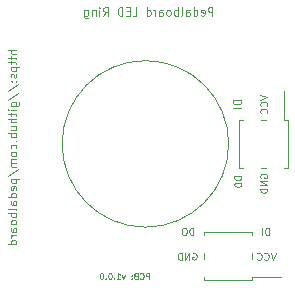
<source format=gbo>
G04 #@! TF.GenerationSoftware,KiCad,Pcbnew,7.0.5.1-1-g8f565ef7f0-dirty-deb11*
G04 #@! TF.CreationDate,2023-07-26T12:03:11+00:00*
G04 #@! TF.ProjectId,pedalboard-led-ring,70656461-6c62-46f6-9172-642d6c65642d,1.0.0*
G04 #@! TF.SameCoordinates,Original*
G04 #@! TF.FileFunction,Legend,Bot*
G04 #@! TF.FilePolarity,Positive*
%FSLAX46Y46*%
G04 Gerber Fmt 4.6, Leading zero omitted, Abs format (unit mm)*
G04 Created by KiCad (PCBNEW 7.0.5.1-1-g8f565ef7f0-dirty-deb11) date 2023-07-26 12:03:11*
%MOMM*%
%LPD*%
G01*
G04 APERTURE LIST*
%ADD10C,0.100000*%
%ADD11C,0.120000*%
G04 APERTURE END LIST*
D10*
X7050000Y0D02*
G75*
G03*
X7050000Y0I-7050000J0D01*
G01*
X8109133Y3737545D02*
X7409133Y3737545D01*
X7409133Y3737545D02*
X7409133Y3570878D01*
X7409133Y3570878D02*
X7442466Y3470878D01*
X7442466Y3470878D02*
X7509133Y3404211D01*
X7509133Y3404211D02*
X7575800Y3370878D01*
X7575800Y3370878D02*
X7709133Y3337545D01*
X7709133Y3337545D02*
X7809133Y3337545D01*
X7809133Y3337545D02*
X7942466Y3370878D01*
X7942466Y3370878D02*
X8009133Y3404211D01*
X8009133Y3404211D02*
X8075800Y3470878D01*
X8075800Y3470878D02*
X8109133Y3570878D01*
X8109133Y3570878D02*
X8109133Y3737545D01*
X8109133Y3037545D02*
X7409133Y3037545D01*
X8121371Y-2708646D02*
X7521371Y-2708646D01*
X7521371Y-2708646D02*
X7521371Y-2851503D01*
X7521371Y-2851503D02*
X7549942Y-2937217D01*
X7549942Y-2937217D02*
X7607085Y-2994360D01*
X7607085Y-2994360D02*
X7664228Y-3022931D01*
X7664228Y-3022931D02*
X7778514Y-3051503D01*
X7778514Y-3051503D02*
X7864228Y-3051503D01*
X7864228Y-3051503D02*
X7978514Y-3022931D01*
X7978514Y-3022931D02*
X8035657Y-2994360D01*
X8035657Y-2994360D02*
X8092800Y-2937217D01*
X8092800Y-2937217D02*
X8121371Y-2851503D01*
X8121371Y-2851503D02*
X8121371Y-2708646D01*
X7521371Y-3422931D02*
X7521371Y-3480074D01*
X7521371Y-3480074D02*
X7549942Y-3537217D01*
X7549942Y-3537217D02*
X7578514Y-3565789D01*
X7578514Y-3565789D02*
X7635657Y-3594360D01*
X7635657Y-3594360D02*
X7749942Y-3622931D01*
X7749942Y-3622931D02*
X7892800Y-3622931D01*
X7892800Y-3622931D02*
X8007085Y-3594360D01*
X8007085Y-3594360D02*
X8064228Y-3565789D01*
X8064228Y-3565789D02*
X8092800Y-3537217D01*
X8092800Y-3537217D02*
X8121371Y-3480074D01*
X8121371Y-3480074D02*
X8121371Y-3422931D01*
X8121371Y-3422931D02*
X8092800Y-3365789D01*
X8092800Y-3365789D02*
X8064228Y-3337217D01*
X8064228Y-3337217D02*
X8007085Y-3308646D01*
X8007085Y-3308646D02*
X7892800Y-3280074D01*
X7892800Y-3280074D02*
X7749942Y-3280074D01*
X7749942Y-3280074D02*
X7635657Y-3308646D01*
X7635657Y-3308646D02*
X7578514Y-3337217D01*
X7578514Y-3337217D02*
X7549942Y-3365789D01*
X7549942Y-3365789D02*
X7521371Y-3422931D01*
X11017068Y-9221371D02*
X10817068Y-9821371D01*
X10817068Y-9821371D02*
X10617068Y-9221371D01*
X10074210Y-9764228D02*
X10102782Y-9792800D01*
X10102782Y-9792800D02*
X10188496Y-9821371D01*
X10188496Y-9821371D02*
X10245639Y-9821371D01*
X10245639Y-9821371D02*
X10331353Y-9792800D01*
X10331353Y-9792800D02*
X10388496Y-9735657D01*
X10388496Y-9735657D02*
X10417067Y-9678514D01*
X10417067Y-9678514D02*
X10445639Y-9564228D01*
X10445639Y-9564228D02*
X10445639Y-9478514D01*
X10445639Y-9478514D02*
X10417067Y-9364228D01*
X10417067Y-9364228D02*
X10388496Y-9307085D01*
X10388496Y-9307085D02*
X10331353Y-9249942D01*
X10331353Y-9249942D02*
X10245639Y-9221371D01*
X10245639Y-9221371D02*
X10188496Y-9221371D01*
X10188496Y-9221371D02*
X10102782Y-9249942D01*
X10102782Y-9249942D02*
X10074210Y-9278514D01*
X9474210Y-9764228D02*
X9502782Y-9792800D01*
X9502782Y-9792800D02*
X9588496Y-9821371D01*
X9588496Y-9821371D02*
X9645639Y-9821371D01*
X9645639Y-9821371D02*
X9731353Y-9792800D01*
X9731353Y-9792800D02*
X9788496Y-9735657D01*
X9788496Y-9735657D02*
X9817067Y-9678514D01*
X9817067Y-9678514D02*
X9845639Y-9564228D01*
X9845639Y-9564228D02*
X9845639Y-9478514D01*
X9845639Y-9478514D02*
X9817067Y-9364228D01*
X9817067Y-9364228D02*
X9788496Y-9307085D01*
X9788496Y-9307085D02*
X9731353Y-9249942D01*
X9731353Y-9249942D02*
X9645639Y-9221371D01*
X9645639Y-9221371D02*
X9588496Y-9221371D01*
X9588496Y-9221371D02*
X9502782Y-9249942D01*
X9502782Y-9249942D02*
X9474210Y-9278514D01*
X9749942Y-2872931D02*
X9721371Y-2815789D01*
X9721371Y-2815789D02*
X9721371Y-2730074D01*
X9721371Y-2730074D02*
X9749942Y-2644360D01*
X9749942Y-2644360D02*
X9807085Y-2587217D01*
X9807085Y-2587217D02*
X9864228Y-2558646D01*
X9864228Y-2558646D02*
X9978514Y-2530074D01*
X9978514Y-2530074D02*
X10064228Y-2530074D01*
X10064228Y-2530074D02*
X10178514Y-2558646D01*
X10178514Y-2558646D02*
X10235657Y-2587217D01*
X10235657Y-2587217D02*
X10292800Y-2644360D01*
X10292800Y-2644360D02*
X10321371Y-2730074D01*
X10321371Y-2730074D02*
X10321371Y-2787217D01*
X10321371Y-2787217D02*
X10292800Y-2872931D01*
X10292800Y-2872931D02*
X10264228Y-2901503D01*
X10264228Y-2901503D02*
X10064228Y-2901503D01*
X10064228Y-2901503D02*
X10064228Y-2787217D01*
X10321371Y-3158646D02*
X9721371Y-3158646D01*
X9721371Y-3158646D02*
X10321371Y-3501503D01*
X10321371Y-3501503D02*
X9721371Y-3501503D01*
X10321371Y-3787217D02*
X9721371Y-3787217D01*
X9721371Y-3787217D02*
X9721371Y-3930074D01*
X9721371Y-3930074D02*
X9749942Y-4015788D01*
X9749942Y-4015788D02*
X9807085Y-4072931D01*
X9807085Y-4072931D02*
X9864228Y-4101502D01*
X9864228Y-4101502D02*
X9978514Y-4130074D01*
X9978514Y-4130074D02*
X10064228Y-4130074D01*
X10064228Y-4130074D02*
X10178514Y-4101502D01*
X10178514Y-4101502D02*
X10235657Y-4072931D01*
X10235657Y-4072931D02*
X10292800Y-4015788D01*
X10292800Y-4015788D02*
X10321371Y-3930074D01*
X10321371Y-3930074D02*
X10321371Y-3787217D01*
X4002068Y-9224942D02*
X4059211Y-9196371D01*
X4059211Y-9196371D02*
X4144925Y-9196371D01*
X4144925Y-9196371D02*
X4230639Y-9224942D01*
X4230639Y-9224942D02*
X4287782Y-9282085D01*
X4287782Y-9282085D02*
X4316353Y-9339228D01*
X4316353Y-9339228D02*
X4344925Y-9453514D01*
X4344925Y-9453514D02*
X4344925Y-9539228D01*
X4344925Y-9539228D02*
X4316353Y-9653514D01*
X4316353Y-9653514D02*
X4287782Y-9710657D01*
X4287782Y-9710657D02*
X4230639Y-9767800D01*
X4230639Y-9767800D02*
X4144925Y-9796371D01*
X4144925Y-9796371D02*
X4087782Y-9796371D01*
X4087782Y-9796371D02*
X4002068Y-9767800D01*
X4002068Y-9767800D02*
X3973496Y-9739228D01*
X3973496Y-9739228D02*
X3973496Y-9539228D01*
X3973496Y-9539228D02*
X4087782Y-9539228D01*
X3716353Y-9796371D02*
X3716353Y-9196371D01*
X3716353Y-9196371D02*
X3373496Y-9796371D01*
X3373496Y-9796371D02*
X3373496Y-9196371D01*
X3087782Y-9796371D02*
X3087782Y-9196371D01*
X3087782Y-9196371D02*
X2944925Y-9196371D01*
X2944925Y-9196371D02*
X2859211Y-9224942D01*
X2859211Y-9224942D02*
X2802068Y-9282085D01*
X2802068Y-9282085D02*
X2773497Y-9339228D01*
X2773497Y-9339228D02*
X2744925Y-9453514D01*
X2744925Y-9453514D02*
X2744925Y-9539228D01*
X2744925Y-9539228D02*
X2773497Y-9653514D01*
X2773497Y-9653514D02*
X2802068Y-9710657D01*
X2802068Y-9710657D02*
X2859211Y-9767800D01*
X2859211Y-9767800D02*
X2944925Y-9796371D01*
X2944925Y-9796371D02*
X3087782Y-9796371D01*
X-10930867Y7946664D02*
X-11630867Y7946664D01*
X-10930867Y7646664D02*
X-11297534Y7646664D01*
X-11297534Y7646664D02*
X-11364200Y7679997D01*
X-11364200Y7679997D02*
X-11397534Y7746664D01*
X-11397534Y7746664D02*
X-11397534Y7846664D01*
X-11397534Y7846664D02*
X-11364200Y7913330D01*
X-11364200Y7913330D02*
X-11330867Y7946664D01*
X-11397534Y7413331D02*
X-11397534Y7146664D01*
X-11630867Y7313331D02*
X-11030867Y7313331D01*
X-11030867Y7313331D02*
X-10964200Y7279997D01*
X-10964200Y7279997D02*
X-10930867Y7213331D01*
X-10930867Y7213331D02*
X-10930867Y7146664D01*
X-11397534Y7013331D02*
X-11397534Y6746664D01*
X-11630867Y6913331D02*
X-11030867Y6913331D01*
X-11030867Y6913331D02*
X-10964200Y6879997D01*
X-10964200Y6879997D02*
X-10930867Y6813331D01*
X-10930867Y6813331D02*
X-10930867Y6746664D01*
X-11397534Y6513331D02*
X-10697534Y6513331D01*
X-11364200Y6513331D02*
X-11397534Y6446664D01*
X-11397534Y6446664D02*
X-11397534Y6313331D01*
X-11397534Y6313331D02*
X-11364200Y6246664D01*
X-11364200Y6246664D02*
X-11330867Y6213331D01*
X-11330867Y6213331D02*
X-11264200Y6179997D01*
X-11264200Y6179997D02*
X-11064200Y6179997D01*
X-11064200Y6179997D02*
X-10997534Y6213331D01*
X-10997534Y6213331D02*
X-10964200Y6246664D01*
X-10964200Y6246664D02*
X-10930867Y6313331D01*
X-10930867Y6313331D02*
X-10930867Y6446664D01*
X-10930867Y6446664D02*
X-10964200Y6513331D01*
X-10964200Y5913331D02*
X-10930867Y5846664D01*
X-10930867Y5846664D02*
X-10930867Y5713331D01*
X-10930867Y5713331D02*
X-10964200Y5646664D01*
X-10964200Y5646664D02*
X-11030867Y5613331D01*
X-11030867Y5613331D02*
X-11064200Y5613331D01*
X-11064200Y5613331D02*
X-11130867Y5646664D01*
X-11130867Y5646664D02*
X-11164200Y5713331D01*
X-11164200Y5713331D02*
X-11164200Y5813331D01*
X-11164200Y5813331D02*
X-11197534Y5879998D01*
X-11197534Y5879998D02*
X-11264200Y5913331D01*
X-11264200Y5913331D02*
X-11297534Y5913331D01*
X-11297534Y5913331D02*
X-11364200Y5879998D01*
X-11364200Y5879998D02*
X-11397534Y5813331D01*
X-11397534Y5813331D02*
X-11397534Y5713331D01*
X-11397534Y5713331D02*
X-11364200Y5646664D01*
X-10997534Y5313331D02*
X-10964200Y5279997D01*
X-10964200Y5279997D02*
X-10930867Y5313331D01*
X-10930867Y5313331D02*
X-10964200Y5346664D01*
X-10964200Y5346664D02*
X-10997534Y5313331D01*
X-10997534Y5313331D02*
X-10930867Y5313331D01*
X-11364200Y5313331D02*
X-11330867Y5279997D01*
X-11330867Y5279997D02*
X-11297534Y5313331D01*
X-11297534Y5313331D02*
X-11330867Y5346664D01*
X-11330867Y5346664D02*
X-11364200Y5313331D01*
X-11364200Y5313331D02*
X-11297534Y5313331D01*
X-11664200Y4479998D02*
X-10764200Y5079998D01*
X-11664200Y3746665D02*
X-10764200Y4346665D01*
X-11397534Y3213332D02*
X-10830867Y3213332D01*
X-10830867Y3213332D02*
X-10764200Y3246665D01*
X-10764200Y3246665D02*
X-10730867Y3279998D01*
X-10730867Y3279998D02*
X-10697534Y3346665D01*
X-10697534Y3346665D02*
X-10697534Y3446665D01*
X-10697534Y3446665D02*
X-10730867Y3513332D01*
X-10964200Y3213332D02*
X-10930867Y3279998D01*
X-10930867Y3279998D02*
X-10930867Y3413332D01*
X-10930867Y3413332D02*
X-10964200Y3479998D01*
X-10964200Y3479998D02*
X-10997534Y3513332D01*
X-10997534Y3513332D02*
X-11064200Y3546665D01*
X-11064200Y3546665D02*
X-11264200Y3546665D01*
X-11264200Y3546665D02*
X-11330867Y3513332D01*
X-11330867Y3513332D02*
X-11364200Y3479998D01*
X-11364200Y3479998D02*
X-11397534Y3413332D01*
X-11397534Y3413332D02*
X-11397534Y3279998D01*
X-11397534Y3279998D02*
X-11364200Y3213332D01*
X-10930867Y2879999D02*
X-11397534Y2879999D01*
X-11630867Y2879999D02*
X-11597534Y2913332D01*
X-11597534Y2913332D02*
X-11564200Y2879999D01*
X-11564200Y2879999D02*
X-11597534Y2846665D01*
X-11597534Y2846665D02*
X-11630867Y2879999D01*
X-11630867Y2879999D02*
X-11564200Y2879999D01*
X-11397534Y2646666D02*
X-11397534Y2379999D01*
X-11630867Y2546666D02*
X-11030867Y2546666D01*
X-11030867Y2546666D02*
X-10964200Y2513332D01*
X-10964200Y2513332D02*
X-10930867Y2446666D01*
X-10930867Y2446666D02*
X-10930867Y2379999D01*
X-10930867Y2146666D02*
X-11630867Y2146666D01*
X-10930867Y1846666D02*
X-11297534Y1846666D01*
X-11297534Y1846666D02*
X-11364200Y1879999D01*
X-11364200Y1879999D02*
X-11397534Y1946666D01*
X-11397534Y1946666D02*
X-11397534Y2046666D01*
X-11397534Y2046666D02*
X-11364200Y2113332D01*
X-11364200Y2113332D02*
X-11330867Y2146666D01*
X-11397534Y1213333D02*
X-10930867Y1213333D01*
X-11397534Y1513333D02*
X-11030867Y1513333D01*
X-11030867Y1513333D02*
X-10964200Y1479999D01*
X-10964200Y1479999D02*
X-10930867Y1413333D01*
X-10930867Y1413333D02*
X-10930867Y1313333D01*
X-10930867Y1313333D02*
X-10964200Y1246666D01*
X-10964200Y1246666D02*
X-10997534Y1213333D01*
X-10930867Y880000D02*
X-11630867Y880000D01*
X-11364200Y880000D02*
X-11397534Y813333D01*
X-11397534Y813333D02*
X-11397534Y680000D01*
X-11397534Y680000D02*
X-11364200Y613333D01*
X-11364200Y613333D02*
X-11330867Y580000D01*
X-11330867Y580000D02*
X-11264200Y546666D01*
X-11264200Y546666D02*
X-11064200Y546666D01*
X-11064200Y546666D02*
X-10997534Y580000D01*
X-10997534Y580000D02*
X-10964200Y613333D01*
X-10964200Y613333D02*
X-10930867Y680000D01*
X-10930867Y680000D02*
X-10930867Y813333D01*
X-10930867Y813333D02*
X-10964200Y880000D01*
X-10997534Y246667D02*
X-10964200Y213333D01*
X-10964200Y213333D02*
X-10930867Y246667D01*
X-10930867Y246667D02*
X-10964200Y280000D01*
X-10964200Y280000D02*
X-10997534Y246667D01*
X-10997534Y246667D02*
X-10930867Y246667D01*
X-10964200Y-386666D02*
X-10930867Y-320000D01*
X-10930867Y-320000D02*
X-10930867Y-186666D01*
X-10930867Y-186666D02*
X-10964200Y-120000D01*
X-10964200Y-120000D02*
X-10997534Y-86666D01*
X-10997534Y-86666D02*
X-11064200Y-53333D01*
X-11064200Y-53333D02*
X-11264200Y-53333D01*
X-11264200Y-53333D02*
X-11330867Y-86666D01*
X-11330867Y-86666D02*
X-11364200Y-120000D01*
X-11364200Y-120000D02*
X-11397534Y-186666D01*
X-11397534Y-186666D02*
X-11397534Y-320000D01*
X-11397534Y-320000D02*
X-11364200Y-386666D01*
X-10930867Y-786666D02*
X-10964200Y-720000D01*
X-10964200Y-720000D02*
X-10997534Y-686666D01*
X-10997534Y-686666D02*
X-11064200Y-653333D01*
X-11064200Y-653333D02*
X-11264200Y-653333D01*
X-11264200Y-653333D02*
X-11330867Y-686666D01*
X-11330867Y-686666D02*
X-11364200Y-720000D01*
X-11364200Y-720000D02*
X-11397534Y-786666D01*
X-11397534Y-786666D02*
X-11397534Y-886666D01*
X-11397534Y-886666D02*
X-11364200Y-953333D01*
X-11364200Y-953333D02*
X-11330867Y-986666D01*
X-11330867Y-986666D02*
X-11264200Y-1020000D01*
X-11264200Y-1020000D02*
X-11064200Y-1020000D01*
X-11064200Y-1020000D02*
X-10997534Y-986666D01*
X-10997534Y-986666D02*
X-10964200Y-953333D01*
X-10964200Y-953333D02*
X-10930867Y-886666D01*
X-10930867Y-886666D02*
X-10930867Y-786666D01*
X-10930867Y-1319999D02*
X-11397534Y-1319999D01*
X-11330867Y-1319999D02*
X-11364200Y-1353333D01*
X-11364200Y-1353333D02*
X-11397534Y-1419999D01*
X-11397534Y-1419999D02*
X-11397534Y-1519999D01*
X-11397534Y-1519999D02*
X-11364200Y-1586666D01*
X-11364200Y-1586666D02*
X-11297534Y-1619999D01*
X-11297534Y-1619999D02*
X-10930867Y-1619999D01*
X-11297534Y-1619999D02*
X-11364200Y-1653333D01*
X-11364200Y-1653333D02*
X-11397534Y-1719999D01*
X-11397534Y-1719999D02*
X-11397534Y-1819999D01*
X-11397534Y-1819999D02*
X-11364200Y-1886666D01*
X-11364200Y-1886666D02*
X-11297534Y-1919999D01*
X-11297534Y-1919999D02*
X-10930867Y-1919999D01*
X-11664200Y-2753332D02*
X-10764200Y-2153332D01*
X-11397534Y-2986665D02*
X-10697534Y-2986665D01*
X-11364200Y-2986665D02*
X-11397534Y-3053332D01*
X-11397534Y-3053332D02*
X-11397534Y-3186665D01*
X-11397534Y-3186665D02*
X-11364200Y-3253332D01*
X-11364200Y-3253332D02*
X-11330867Y-3286665D01*
X-11330867Y-3286665D02*
X-11264200Y-3319999D01*
X-11264200Y-3319999D02*
X-11064200Y-3319999D01*
X-11064200Y-3319999D02*
X-10997534Y-3286665D01*
X-10997534Y-3286665D02*
X-10964200Y-3253332D01*
X-10964200Y-3253332D02*
X-10930867Y-3186665D01*
X-10930867Y-3186665D02*
X-10930867Y-3053332D01*
X-10930867Y-3053332D02*
X-10964200Y-2986665D01*
X-10964200Y-3886665D02*
X-10930867Y-3819998D01*
X-10930867Y-3819998D02*
X-10930867Y-3686665D01*
X-10930867Y-3686665D02*
X-10964200Y-3619998D01*
X-10964200Y-3619998D02*
X-11030867Y-3586665D01*
X-11030867Y-3586665D02*
X-11297534Y-3586665D01*
X-11297534Y-3586665D02*
X-11364200Y-3619998D01*
X-11364200Y-3619998D02*
X-11397534Y-3686665D01*
X-11397534Y-3686665D02*
X-11397534Y-3819998D01*
X-11397534Y-3819998D02*
X-11364200Y-3886665D01*
X-11364200Y-3886665D02*
X-11297534Y-3919998D01*
X-11297534Y-3919998D02*
X-11230867Y-3919998D01*
X-11230867Y-3919998D02*
X-11164200Y-3586665D01*
X-10930867Y-4519998D02*
X-11630867Y-4519998D01*
X-10964200Y-4519998D02*
X-10930867Y-4453332D01*
X-10930867Y-4453332D02*
X-10930867Y-4319998D01*
X-10930867Y-4319998D02*
X-10964200Y-4253332D01*
X-10964200Y-4253332D02*
X-10997534Y-4219998D01*
X-10997534Y-4219998D02*
X-11064200Y-4186665D01*
X-11064200Y-4186665D02*
X-11264200Y-4186665D01*
X-11264200Y-4186665D02*
X-11330867Y-4219998D01*
X-11330867Y-4219998D02*
X-11364200Y-4253332D01*
X-11364200Y-4253332D02*
X-11397534Y-4319998D01*
X-11397534Y-4319998D02*
X-11397534Y-4453332D01*
X-11397534Y-4453332D02*
X-11364200Y-4519998D01*
X-10930867Y-5153331D02*
X-11297534Y-5153331D01*
X-11297534Y-5153331D02*
X-11364200Y-5119998D01*
X-11364200Y-5119998D02*
X-11397534Y-5053331D01*
X-11397534Y-5053331D02*
X-11397534Y-4919998D01*
X-11397534Y-4919998D02*
X-11364200Y-4853331D01*
X-10964200Y-5153331D02*
X-10930867Y-5086665D01*
X-10930867Y-5086665D02*
X-10930867Y-4919998D01*
X-10930867Y-4919998D02*
X-10964200Y-4853331D01*
X-10964200Y-4853331D02*
X-11030867Y-4819998D01*
X-11030867Y-4819998D02*
X-11097534Y-4819998D01*
X-11097534Y-4819998D02*
X-11164200Y-4853331D01*
X-11164200Y-4853331D02*
X-11197534Y-4919998D01*
X-11197534Y-4919998D02*
X-11197534Y-5086665D01*
X-11197534Y-5086665D02*
X-11230867Y-5153331D01*
X-10930867Y-5586664D02*
X-10964200Y-5519998D01*
X-10964200Y-5519998D02*
X-11030867Y-5486664D01*
X-11030867Y-5486664D02*
X-11630867Y-5486664D01*
X-10930867Y-5853331D02*
X-11630867Y-5853331D01*
X-11364200Y-5853331D02*
X-11397534Y-5919998D01*
X-11397534Y-5919998D02*
X-11397534Y-6053331D01*
X-11397534Y-6053331D02*
X-11364200Y-6119998D01*
X-11364200Y-6119998D02*
X-11330867Y-6153331D01*
X-11330867Y-6153331D02*
X-11264200Y-6186665D01*
X-11264200Y-6186665D02*
X-11064200Y-6186665D01*
X-11064200Y-6186665D02*
X-10997534Y-6153331D01*
X-10997534Y-6153331D02*
X-10964200Y-6119998D01*
X-10964200Y-6119998D02*
X-10930867Y-6053331D01*
X-10930867Y-6053331D02*
X-10930867Y-5919998D01*
X-10930867Y-5919998D02*
X-10964200Y-5853331D01*
X-10930867Y-6586664D02*
X-10964200Y-6519998D01*
X-10964200Y-6519998D02*
X-10997534Y-6486664D01*
X-10997534Y-6486664D02*
X-11064200Y-6453331D01*
X-11064200Y-6453331D02*
X-11264200Y-6453331D01*
X-11264200Y-6453331D02*
X-11330867Y-6486664D01*
X-11330867Y-6486664D02*
X-11364200Y-6519998D01*
X-11364200Y-6519998D02*
X-11397534Y-6586664D01*
X-11397534Y-6586664D02*
X-11397534Y-6686664D01*
X-11397534Y-6686664D02*
X-11364200Y-6753331D01*
X-11364200Y-6753331D02*
X-11330867Y-6786664D01*
X-11330867Y-6786664D02*
X-11264200Y-6819998D01*
X-11264200Y-6819998D02*
X-11064200Y-6819998D01*
X-11064200Y-6819998D02*
X-10997534Y-6786664D01*
X-10997534Y-6786664D02*
X-10964200Y-6753331D01*
X-10964200Y-6753331D02*
X-10930867Y-6686664D01*
X-10930867Y-6686664D02*
X-10930867Y-6586664D01*
X-10930867Y-7419997D02*
X-11297534Y-7419997D01*
X-11297534Y-7419997D02*
X-11364200Y-7386664D01*
X-11364200Y-7386664D02*
X-11397534Y-7319997D01*
X-11397534Y-7319997D02*
X-11397534Y-7186664D01*
X-11397534Y-7186664D02*
X-11364200Y-7119997D01*
X-10964200Y-7419997D02*
X-10930867Y-7353331D01*
X-10930867Y-7353331D02*
X-10930867Y-7186664D01*
X-10930867Y-7186664D02*
X-10964200Y-7119997D01*
X-10964200Y-7119997D02*
X-11030867Y-7086664D01*
X-11030867Y-7086664D02*
X-11097534Y-7086664D01*
X-11097534Y-7086664D02*
X-11164200Y-7119997D01*
X-11164200Y-7119997D02*
X-11197534Y-7186664D01*
X-11197534Y-7186664D02*
X-11197534Y-7353331D01*
X-11197534Y-7353331D02*
X-11230867Y-7419997D01*
X-10930867Y-7753330D02*
X-11397534Y-7753330D01*
X-11264200Y-7753330D02*
X-11330867Y-7786664D01*
X-11330867Y-7786664D02*
X-11364200Y-7819997D01*
X-11364200Y-7819997D02*
X-11397534Y-7886664D01*
X-11397534Y-7886664D02*
X-11397534Y-7953330D01*
X-10930867Y-8486663D02*
X-11630867Y-8486663D01*
X-10964200Y-8486663D02*
X-10930867Y-8419997D01*
X-10930867Y-8419997D02*
X-10930867Y-8286663D01*
X-10930867Y-8286663D02*
X-10964200Y-8219997D01*
X-10964200Y-8219997D02*
X-10997534Y-8186663D01*
X-10997534Y-8186663D02*
X-11064200Y-8153330D01*
X-11064200Y-8153330D02*
X-11264200Y-8153330D01*
X-11264200Y-8153330D02*
X-11330867Y-8186663D01*
X-11330867Y-8186663D02*
X-11364200Y-8219997D01*
X-11364200Y-8219997D02*
X-11397534Y-8286663D01*
X-11397534Y-8286663D02*
X-11397534Y-8419997D01*
X-11397534Y-8419997D02*
X-11364200Y-8486663D01*
X10481353Y-7721371D02*
X10481353Y-7121371D01*
X10481353Y-7121371D02*
X10338496Y-7121371D01*
X10338496Y-7121371D02*
X10252782Y-7149942D01*
X10252782Y-7149942D02*
X10195639Y-7207085D01*
X10195639Y-7207085D02*
X10167068Y-7264228D01*
X10167068Y-7264228D02*
X10138496Y-7378514D01*
X10138496Y-7378514D02*
X10138496Y-7464228D01*
X10138496Y-7464228D02*
X10167068Y-7578514D01*
X10167068Y-7578514D02*
X10195639Y-7635657D01*
X10195639Y-7635657D02*
X10252782Y-7692800D01*
X10252782Y-7692800D02*
X10338496Y-7721371D01*
X10338496Y-7721371D02*
X10481353Y-7721371D01*
X9881353Y-7721371D02*
X9881353Y-7121371D01*
X9721371Y4157069D02*
X10321371Y3957069D01*
X10321371Y3957069D02*
X9721371Y3757069D01*
X10264228Y3214211D02*
X10292800Y3242783D01*
X10292800Y3242783D02*
X10321371Y3328497D01*
X10321371Y3328497D02*
X10321371Y3385640D01*
X10321371Y3385640D02*
X10292800Y3471354D01*
X10292800Y3471354D02*
X10235657Y3528497D01*
X10235657Y3528497D02*
X10178514Y3557068D01*
X10178514Y3557068D02*
X10064228Y3585640D01*
X10064228Y3585640D02*
X9978514Y3585640D01*
X9978514Y3585640D02*
X9864228Y3557068D01*
X9864228Y3557068D02*
X9807085Y3528497D01*
X9807085Y3528497D02*
X9749942Y3471354D01*
X9749942Y3471354D02*
X9721371Y3385640D01*
X9721371Y3385640D02*
X9721371Y3328497D01*
X9721371Y3328497D02*
X9749942Y3242783D01*
X9749942Y3242783D02*
X9778514Y3214211D01*
X10264228Y2614211D02*
X10292800Y2642783D01*
X10292800Y2642783D02*
X10321371Y2728497D01*
X10321371Y2728497D02*
X10321371Y2785640D01*
X10321371Y2785640D02*
X10292800Y2871354D01*
X10292800Y2871354D02*
X10235657Y2928497D01*
X10235657Y2928497D02*
X10178514Y2957068D01*
X10178514Y2957068D02*
X10064228Y2985640D01*
X10064228Y2985640D02*
X9978514Y2985640D01*
X9978514Y2985640D02*
X9864228Y2957068D01*
X9864228Y2957068D02*
X9807085Y2928497D01*
X9807085Y2928497D02*
X9749942Y2871354D01*
X9749942Y2871354D02*
X9721371Y2785640D01*
X9721371Y2785640D02*
X9721371Y2728497D01*
X9721371Y2728497D02*
X9749942Y2642783D01*
X9749942Y2642783D02*
X9778514Y2614211D01*
X333331Y-11433609D02*
X333331Y-10933609D01*
X333331Y-10933609D02*
X142855Y-10933609D01*
X142855Y-10933609D02*
X95236Y-10957419D01*
X95236Y-10957419D02*
X71426Y-10981228D01*
X71426Y-10981228D02*
X47617Y-11028847D01*
X47617Y-11028847D02*
X47617Y-11100276D01*
X47617Y-11100276D02*
X71426Y-11147895D01*
X71426Y-11147895D02*
X95236Y-11171704D01*
X95236Y-11171704D02*
X142855Y-11195514D01*
X142855Y-11195514D02*
X333331Y-11195514D01*
X-452383Y-11385990D02*
X-428574Y-11409800D01*
X-428574Y-11409800D02*
X-357145Y-11433609D01*
X-357145Y-11433609D02*
X-309526Y-11433609D01*
X-309526Y-11433609D02*
X-238098Y-11409800D01*
X-238098Y-11409800D02*
X-190479Y-11362180D01*
X-190479Y-11362180D02*
X-166669Y-11314561D01*
X-166669Y-11314561D02*
X-142860Y-11219323D01*
X-142860Y-11219323D02*
X-142860Y-11147895D01*
X-142860Y-11147895D02*
X-166669Y-11052657D01*
X-166669Y-11052657D02*
X-190479Y-11005038D01*
X-190479Y-11005038D02*
X-238098Y-10957419D01*
X-238098Y-10957419D02*
X-309526Y-10933609D01*
X-309526Y-10933609D02*
X-357145Y-10933609D01*
X-357145Y-10933609D02*
X-428574Y-10957419D01*
X-428574Y-10957419D02*
X-452383Y-10981228D01*
X-833336Y-11171704D02*
X-904764Y-11195514D01*
X-904764Y-11195514D02*
X-928574Y-11219323D01*
X-928574Y-11219323D02*
X-952383Y-11266942D01*
X-952383Y-11266942D02*
X-952383Y-11338371D01*
X-952383Y-11338371D02*
X-928574Y-11385990D01*
X-928574Y-11385990D02*
X-904764Y-11409800D01*
X-904764Y-11409800D02*
X-857145Y-11433609D01*
X-857145Y-11433609D02*
X-666669Y-11433609D01*
X-666669Y-11433609D02*
X-666669Y-10933609D01*
X-666669Y-10933609D02*
X-833336Y-10933609D01*
X-833336Y-10933609D02*
X-880955Y-10957419D01*
X-880955Y-10957419D02*
X-904764Y-10981228D01*
X-904764Y-10981228D02*
X-928574Y-11028847D01*
X-928574Y-11028847D02*
X-928574Y-11076466D01*
X-928574Y-11076466D02*
X-904764Y-11124085D01*
X-904764Y-11124085D02*
X-880955Y-11147895D01*
X-880955Y-11147895D02*
X-833336Y-11171704D01*
X-833336Y-11171704D02*
X-666669Y-11171704D01*
X-1166669Y-11385990D02*
X-1190479Y-11409800D01*
X-1190479Y-11409800D02*
X-1166669Y-11433609D01*
X-1166669Y-11433609D02*
X-1142860Y-11409800D01*
X-1142860Y-11409800D02*
X-1166669Y-11385990D01*
X-1166669Y-11385990D02*
X-1166669Y-11433609D01*
X-1166669Y-11124085D02*
X-1190479Y-11147895D01*
X-1190479Y-11147895D02*
X-1166669Y-11171704D01*
X-1166669Y-11171704D02*
X-1142860Y-11147895D01*
X-1142860Y-11147895D02*
X-1166669Y-11124085D01*
X-1166669Y-11124085D02*
X-1166669Y-11171704D01*
X-1738097Y-11100276D02*
X-1857145Y-11433609D01*
X-1857145Y-11433609D02*
X-1976192Y-11100276D01*
X-2428573Y-11433609D02*
X-2142859Y-11433609D01*
X-2285716Y-11433609D02*
X-2285716Y-10933609D01*
X-2285716Y-10933609D02*
X-2238097Y-11005038D01*
X-2238097Y-11005038D02*
X-2190478Y-11052657D01*
X-2190478Y-11052657D02*
X-2142859Y-11076466D01*
X-2642858Y-11385990D02*
X-2666668Y-11409800D01*
X-2666668Y-11409800D02*
X-2642858Y-11433609D01*
X-2642858Y-11433609D02*
X-2619049Y-11409800D01*
X-2619049Y-11409800D02*
X-2642858Y-11385990D01*
X-2642858Y-11385990D02*
X-2642858Y-11433609D01*
X-2976191Y-10933609D02*
X-3023810Y-10933609D01*
X-3023810Y-10933609D02*
X-3071429Y-10957419D01*
X-3071429Y-10957419D02*
X-3095239Y-10981228D01*
X-3095239Y-10981228D02*
X-3119048Y-11028847D01*
X-3119048Y-11028847D02*
X-3142858Y-11124085D01*
X-3142858Y-11124085D02*
X-3142858Y-11243133D01*
X-3142858Y-11243133D02*
X-3119048Y-11338371D01*
X-3119048Y-11338371D02*
X-3095239Y-11385990D01*
X-3095239Y-11385990D02*
X-3071429Y-11409800D01*
X-3071429Y-11409800D02*
X-3023810Y-11433609D01*
X-3023810Y-11433609D02*
X-2976191Y-11433609D01*
X-2976191Y-11433609D02*
X-2928572Y-11409800D01*
X-2928572Y-11409800D02*
X-2904763Y-11385990D01*
X-2904763Y-11385990D02*
X-2880953Y-11338371D01*
X-2880953Y-11338371D02*
X-2857144Y-11243133D01*
X-2857144Y-11243133D02*
X-2857144Y-11124085D01*
X-2857144Y-11124085D02*
X-2880953Y-11028847D01*
X-2880953Y-11028847D02*
X-2904763Y-10981228D01*
X-2904763Y-10981228D02*
X-2928572Y-10957419D01*
X-2928572Y-10957419D02*
X-2976191Y-10933609D01*
X-3357143Y-11385990D02*
X-3380953Y-11409800D01*
X-3380953Y-11409800D02*
X-3357143Y-11433609D01*
X-3357143Y-11433609D02*
X-3333334Y-11409800D01*
X-3333334Y-11409800D02*
X-3357143Y-11385990D01*
X-3357143Y-11385990D02*
X-3357143Y-11433609D01*
X-3690476Y-10933609D02*
X-3738095Y-10933609D01*
X-3738095Y-10933609D02*
X-3785714Y-10957419D01*
X-3785714Y-10957419D02*
X-3809524Y-10981228D01*
X-3809524Y-10981228D02*
X-3833333Y-11028847D01*
X-3833333Y-11028847D02*
X-3857143Y-11124085D01*
X-3857143Y-11124085D02*
X-3857143Y-11243133D01*
X-3857143Y-11243133D02*
X-3833333Y-11338371D01*
X-3833333Y-11338371D02*
X-3809524Y-11385990D01*
X-3809524Y-11385990D02*
X-3785714Y-11409800D01*
X-3785714Y-11409800D02*
X-3738095Y-11433609D01*
X-3738095Y-11433609D02*
X-3690476Y-11433609D01*
X-3690476Y-11433609D02*
X-3642857Y-11409800D01*
X-3642857Y-11409800D02*
X-3619048Y-11385990D01*
X-3619048Y-11385990D02*
X-3595238Y-11338371D01*
X-3595238Y-11338371D02*
X-3571429Y-11243133D01*
X-3571429Y-11243133D02*
X-3571429Y-11124085D01*
X-3571429Y-11124085D02*
X-3595238Y-11028847D01*
X-3595238Y-11028847D02*
X-3619048Y-10981228D01*
X-3619048Y-10981228D02*
X-3642857Y-10957419D01*
X-3642857Y-10957419D02*
X-3690476Y-10933609D01*
X4066353Y-7701371D02*
X4066353Y-7101371D01*
X4066353Y-7101371D02*
X3923496Y-7101371D01*
X3923496Y-7101371D02*
X3837782Y-7129942D01*
X3837782Y-7129942D02*
X3780639Y-7187085D01*
X3780639Y-7187085D02*
X3752068Y-7244228D01*
X3752068Y-7244228D02*
X3723496Y-7358514D01*
X3723496Y-7358514D02*
X3723496Y-7444228D01*
X3723496Y-7444228D02*
X3752068Y-7558514D01*
X3752068Y-7558514D02*
X3780639Y-7615657D01*
X3780639Y-7615657D02*
X3837782Y-7672800D01*
X3837782Y-7672800D02*
X3923496Y-7701371D01*
X3923496Y-7701371D02*
X4066353Y-7701371D01*
X3352068Y-7101371D02*
X3237782Y-7101371D01*
X3237782Y-7101371D02*
X3180639Y-7129942D01*
X3180639Y-7129942D02*
X3123496Y-7187085D01*
X3123496Y-7187085D02*
X3094925Y-7301371D01*
X3094925Y-7301371D02*
X3094925Y-7501371D01*
X3094925Y-7501371D02*
X3123496Y-7615657D01*
X3123496Y-7615657D02*
X3180639Y-7672800D01*
X3180639Y-7672800D02*
X3237782Y-7701371D01*
X3237782Y-7701371D02*
X3352068Y-7701371D01*
X3352068Y-7701371D02*
X3409211Y-7672800D01*
X3409211Y-7672800D02*
X3466353Y-7615657D01*
X3466353Y-7615657D02*
X3494925Y-7501371D01*
X3494925Y-7501371D02*
X3494925Y-7301371D01*
X3494925Y-7301371D02*
X3466353Y-7187085D01*
X3466353Y-7187085D02*
X3409211Y-7129942D01*
X3409211Y-7129942D02*
X3352068Y-7101371D01*
X5676664Y10860867D02*
X5676664Y11560867D01*
X5676664Y11560867D02*
X5409997Y11560867D01*
X5409997Y11560867D02*
X5343331Y11527534D01*
X5343331Y11527534D02*
X5309997Y11494200D01*
X5309997Y11494200D02*
X5276664Y11427534D01*
X5276664Y11427534D02*
X5276664Y11327534D01*
X5276664Y11327534D02*
X5309997Y11260867D01*
X5309997Y11260867D02*
X5343331Y11227534D01*
X5343331Y11227534D02*
X5409997Y11194200D01*
X5409997Y11194200D02*
X5676664Y11194200D01*
X4709997Y10894200D02*
X4776664Y10860867D01*
X4776664Y10860867D02*
X4909997Y10860867D01*
X4909997Y10860867D02*
X4976664Y10894200D01*
X4976664Y10894200D02*
X5009997Y10960867D01*
X5009997Y10960867D02*
X5009997Y11227534D01*
X5009997Y11227534D02*
X4976664Y11294200D01*
X4976664Y11294200D02*
X4909997Y11327534D01*
X4909997Y11327534D02*
X4776664Y11327534D01*
X4776664Y11327534D02*
X4709997Y11294200D01*
X4709997Y11294200D02*
X4676664Y11227534D01*
X4676664Y11227534D02*
X4676664Y11160867D01*
X4676664Y11160867D02*
X5009997Y11094200D01*
X4076664Y10860867D02*
X4076664Y11560867D01*
X4076664Y10894200D02*
X4143331Y10860867D01*
X4143331Y10860867D02*
X4276664Y10860867D01*
X4276664Y10860867D02*
X4343331Y10894200D01*
X4343331Y10894200D02*
X4376664Y10927534D01*
X4376664Y10927534D02*
X4409997Y10994200D01*
X4409997Y10994200D02*
X4409997Y11194200D01*
X4409997Y11194200D02*
X4376664Y11260867D01*
X4376664Y11260867D02*
X4343331Y11294200D01*
X4343331Y11294200D02*
X4276664Y11327534D01*
X4276664Y11327534D02*
X4143331Y11327534D01*
X4143331Y11327534D02*
X4076664Y11294200D01*
X3443331Y10860867D02*
X3443331Y11227534D01*
X3443331Y11227534D02*
X3476664Y11294200D01*
X3476664Y11294200D02*
X3543331Y11327534D01*
X3543331Y11327534D02*
X3676664Y11327534D01*
X3676664Y11327534D02*
X3743331Y11294200D01*
X3443331Y10894200D02*
X3509998Y10860867D01*
X3509998Y10860867D02*
X3676664Y10860867D01*
X3676664Y10860867D02*
X3743331Y10894200D01*
X3743331Y10894200D02*
X3776664Y10960867D01*
X3776664Y10960867D02*
X3776664Y11027534D01*
X3776664Y11027534D02*
X3743331Y11094200D01*
X3743331Y11094200D02*
X3676664Y11127534D01*
X3676664Y11127534D02*
X3509998Y11127534D01*
X3509998Y11127534D02*
X3443331Y11160867D01*
X3009998Y10860867D02*
X3076665Y10894200D01*
X3076665Y10894200D02*
X3109998Y10960867D01*
X3109998Y10960867D02*
X3109998Y11560867D01*
X2743331Y10860867D02*
X2743331Y11560867D01*
X2743331Y11294200D02*
X2676664Y11327534D01*
X2676664Y11327534D02*
X2543331Y11327534D01*
X2543331Y11327534D02*
X2476664Y11294200D01*
X2476664Y11294200D02*
X2443331Y11260867D01*
X2443331Y11260867D02*
X2409998Y11194200D01*
X2409998Y11194200D02*
X2409998Y10994200D01*
X2409998Y10994200D02*
X2443331Y10927534D01*
X2443331Y10927534D02*
X2476664Y10894200D01*
X2476664Y10894200D02*
X2543331Y10860867D01*
X2543331Y10860867D02*
X2676664Y10860867D01*
X2676664Y10860867D02*
X2743331Y10894200D01*
X2009998Y10860867D02*
X2076665Y10894200D01*
X2076665Y10894200D02*
X2109998Y10927534D01*
X2109998Y10927534D02*
X2143331Y10994200D01*
X2143331Y10994200D02*
X2143331Y11194200D01*
X2143331Y11194200D02*
X2109998Y11260867D01*
X2109998Y11260867D02*
X2076665Y11294200D01*
X2076665Y11294200D02*
X2009998Y11327534D01*
X2009998Y11327534D02*
X1909998Y11327534D01*
X1909998Y11327534D02*
X1843331Y11294200D01*
X1843331Y11294200D02*
X1809998Y11260867D01*
X1809998Y11260867D02*
X1776665Y11194200D01*
X1776665Y11194200D02*
X1776665Y10994200D01*
X1776665Y10994200D02*
X1809998Y10927534D01*
X1809998Y10927534D02*
X1843331Y10894200D01*
X1843331Y10894200D02*
X1909998Y10860867D01*
X1909998Y10860867D02*
X2009998Y10860867D01*
X1176665Y10860867D02*
X1176665Y11227534D01*
X1176665Y11227534D02*
X1209998Y11294200D01*
X1209998Y11294200D02*
X1276665Y11327534D01*
X1276665Y11327534D02*
X1409998Y11327534D01*
X1409998Y11327534D02*
X1476665Y11294200D01*
X1176665Y10894200D02*
X1243332Y10860867D01*
X1243332Y10860867D02*
X1409998Y10860867D01*
X1409998Y10860867D02*
X1476665Y10894200D01*
X1476665Y10894200D02*
X1509998Y10960867D01*
X1509998Y10960867D02*
X1509998Y11027534D01*
X1509998Y11027534D02*
X1476665Y11094200D01*
X1476665Y11094200D02*
X1409998Y11127534D01*
X1409998Y11127534D02*
X1243332Y11127534D01*
X1243332Y11127534D02*
X1176665Y11160867D01*
X843332Y10860867D02*
X843332Y11327534D01*
X843332Y11194200D02*
X809999Y11260867D01*
X809999Y11260867D02*
X776665Y11294200D01*
X776665Y11294200D02*
X709999Y11327534D01*
X709999Y11327534D02*
X643332Y11327534D01*
X109999Y10860867D02*
X109999Y11560867D01*
X109999Y10894200D02*
X176666Y10860867D01*
X176666Y10860867D02*
X309999Y10860867D01*
X309999Y10860867D02*
X376666Y10894200D01*
X376666Y10894200D02*
X409999Y10927534D01*
X409999Y10927534D02*
X443332Y10994200D01*
X443332Y10994200D02*
X443332Y11194200D01*
X443332Y11194200D02*
X409999Y11260867D01*
X409999Y11260867D02*
X376666Y11294200D01*
X376666Y11294200D02*
X309999Y11327534D01*
X309999Y11327534D02*
X176666Y11327534D01*
X176666Y11327534D02*
X109999Y11294200D01*
X-1090000Y10860867D02*
X-756667Y10860867D01*
X-756667Y10860867D02*
X-756667Y11560867D01*
X-1323334Y11227534D02*
X-1556667Y11227534D01*
X-1656667Y10860867D02*
X-1323334Y10860867D01*
X-1323334Y10860867D02*
X-1323334Y11560867D01*
X-1323334Y11560867D02*
X-1656667Y11560867D01*
X-1956667Y10860867D02*
X-1956667Y11560867D01*
X-1956667Y11560867D02*
X-2123334Y11560867D01*
X-2123334Y11560867D02*
X-2223334Y11527534D01*
X-2223334Y11527534D02*
X-2290000Y11460867D01*
X-2290000Y11460867D02*
X-2323334Y11394200D01*
X-2323334Y11394200D02*
X-2356667Y11260867D01*
X-2356667Y11260867D02*
X-2356667Y11160867D01*
X-2356667Y11160867D02*
X-2323334Y11027534D01*
X-2323334Y11027534D02*
X-2290000Y10960867D01*
X-2290000Y10960867D02*
X-2223334Y10894200D01*
X-2223334Y10894200D02*
X-2123334Y10860867D01*
X-2123334Y10860867D02*
X-1956667Y10860867D01*
X-3590000Y10860867D02*
X-3356667Y11194200D01*
X-3190000Y10860867D02*
X-3190000Y11560867D01*
X-3190000Y11560867D02*
X-3456667Y11560867D01*
X-3456667Y11560867D02*
X-3523333Y11527534D01*
X-3523333Y11527534D02*
X-3556667Y11494200D01*
X-3556667Y11494200D02*
X-3590000Y11427534D01*
X-3590000Y11427534D02*
X-3590000Y11327534D01*
X-3590000Y11327534D02*
X-3556667Y11260867D01*
X-3556667Y11260867D02*
X-3523333Y11227534D01*
X-3523333Y11227534D02*
X-3456667Y11194200D01*
X-3456667Y11194200D02*
X-3190000Y11194200D01*
X-3890000Y10860867D02*
X-3890000Y11327534D01*
X-3890000Y11560867D02*
X-3856667Y11527534D01*
X-3856667Y11527534D02*
X-3890000Y11494200D01*
X-3890000Y11494200D02*
X-3923333Y11527534D01*
X-3923333Y11527534D02*
X-3890000Y11560867D01*
X-3890000Y11560867D02*
X-3890000Y11494200D01*
X-4223333Y11327534D02*
X-4223333Y10860867D01*
X-4223333Y11260867D02*
X-4256666Y11294200D01*
X-4256666Y11294200D02*
X-4323333Y11327534D01*
X-4323333Y11327534D02*
X-4423333Y11327534D01*
X-4423333Y11327534D02*
X-4490000Y11294200D01*
X-4490000Y11294200D02*
X-4523333Y11227534D01*
X-4523333Y11227534D02*
X-4523333Y10860867D01*
X-5156666Y11327534D02*
X-5156666Y10760867D01*
X-5156666Y10760867D02*
X-5123333Y10694200D01*
X-5123333Y10694200D02*
X-5089999Y10660867D01*
X-5089999Y10660867D02*
X-5023333Y10627534D01*
X-5023333Y10627534D02*
X-4923333Y10627534D01*
X-4923333Y10627534D02*
X-4856666Y10660867D01*
X-5156666Y10894200D02*
X-5089999Y10860867D01*
X-5089999Y10860867D02*
X-4956666Y10860867D01*
X-4956666Y10860867D02*
X-4889999Y10894200D01*
X-4889999Y10894200D02*
X-4856666Y10927534D01*
X-4856666Y10927534D02*
X-4823333Y10994200D01*
X-4823333Y10994200D02*
X-4823333Y11194200D01*
X-4823333Y11194200D02*
X-4856666Y11260867D01*
X-4856666Y11260867D02*
X-4889999Y11294200D01*
X-4889999Y11294200D02*
X-4956666Y11327534D01*
X-4956666Y11327534D02*
X-5089999Y11327534D01*
X-5089999Y11327534D02*
X-5156666Y11294200D01*
D11*
X7940000Y-2060000D02*
X7940000Y2060000D01*
X8240000Y-2060000D02*
X7940000Y-2060000D01*
X10240000Y-2060000D02*
X9760000Y-2060000D01*
X12060000Y-2060000D02*
X11760000Y-2060000D01*
X12060000Y-2060000D02*
X12060000Y2060000D01*
X8240000Y2060000D02*
X7940000Y2060000D01*
X10240000Y2060000D02*
X9760000Y2060000D01*
X11760000Y2060000D02*
X11760000Y4440000D01*
X12060000Y2060000D02*
X11760000Y2060000D01*
X4940000Y-7440000D02*
X9060000Y-7440000D01*
X4940000Y-7740000D02*
X4940000Y-7440000D01*
X4940000Y-9740000D02*
X4940000Y-9260000D01*
X4940000Y-11560000D02*
X4940000Y-11260000D01*
X4940000Y-11560000D02*
X9060000Y-11560000D01*
X9060000Y-7740000D02*
X9060000Y-7440000D01*
X9060000Y-9740000D02*
X9060000Y-9260000D01*
X9060000Y-11260000D02*
X11440000Y-11260000D01*
X9060000Y-11560000D02*
X9060000Y-11260000D01*
M02*

</source>
